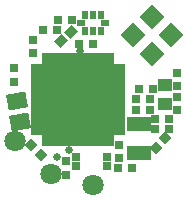
<source format=gts>
%FSTAX23Y23*%
%MOIN*%
%SFA1B1*%

%IPPOS*%
%AMD32*
4,1,4,-0.027400,-0.031800,0.036600,-0.020600,0.027400,0.031800,-0.036600,0.020600,-0.027400,-0.031800,0.0*
%
%AMD34*
4,1,4,0.002100,0.024400,-0.024400,-0.002100,-0.002100,-0.024400,0.024400,0.002100,0.002100,0.024400,0.0*
%
%AMD38*
4,1,4,-0.040400,0.000000,0.000000,-0.040400,0.040400,0.000000,0.000000,0.040400,-0.040400,0.000000,0.0*
%
%AMD41*
4,1,4,0.000000,-0.020900,0.020900,0.000000,0.000000,0.020900,-0.020900,0.000000,0.000000,-0.020900,0.0*
%
%AMD42*
4,1,4,-0.020900,0.000000,0.000000,-0.020900,0.020900,0.000000,0.000000,0.020900,-0.020900,0.000000,0.0*
%
%ADD29R,0.232410X0.232410*%
%ADD30R,0.019810X0.041470*%
%ADD31R,0.041470X0.019810*%
G04~CAMADD=32~9~0.0~0.0~650.9~532.8~0.0~0.0~0~0.0~0.0~0.0~0.0~0~0.0~0.0~0.0~0.0~0~0.0~0.0~0.0~190.0~732.0~635.0*
%ADD32D32*%
%ADD33R,0.047370X0.043430*%
G04~CAMADD=34~9~0.0~0.0~375.3~316.2~0.0~0.0~0~0.0~0.0~0.0~0.0~0~0.0~0.0~0.0~0.0~0~0.0~0.0~0.0~45.0~488.0~487.0*
%ADD34D34*%
%ADD35R,0.029650X0.029650*%
%ADD36R,0.078870X0.047370*%
%ADD37R,0.029650X0.029650*%
G04~CAMADD=38~10~0.0~572.1~0.0~0.0~0.0~0.0~0~0.0~0.0~0.0~0.0~0~0.0~0.0~0.0~0.0~0~0.0~0.0~0.0~135.0~572.1~0.0*
%ADD38D38*%
%ADD39R,0.023750X0.031620*%
%ADD40R,0.031620X0.023750*%
G04~CAMADD=41~10~0.0~296.6~0.0~0.0~0.0~0.0~0~0.0~0.0~0.0~0.0~0~0.0~0.0~0.0~0.0~0~0.0~0.0~0.0~225.0~296.6~0.0*
%ADD41D41*%
G04~CAMADD=42~10~0.0~296.6~0.0~0.0~0.0~0.0~0~0.0~0.0~0.0~0.0~0~0.0~0.0~0.0~0.0~0~0.0~0.0~0.0~135.0~296.6~0.0*
%ADD42D42*%
%ADD43C,0.025720*%
%ADD44C,0.070990*%
%LNkoosh_main_board_v1_2-1*%
%LPD*%
G54D29*
X0025Y00284D03*
G54D30*
X00358Y00148D03*
X00338D03*
X00318D03*
X00299D03*
X00279D03*
X00259D03*
X0024D03*
X0022D03*
X002D03*
X00181D03*
X00161D03*
X00141D03*
Y0042D03*
X00161D03*
X00181D03*
X002D03*
X0022D03*
X0024D03*
X00259D03*
X00279D03*
X00299D03*
X00318D03*
X00338D03*
X00358D03*
G54D31*
X00114Y00175D03*
Y00195D03*
Y00215D03*
Y00234D03*
Y00254D03*
Y00274D03*
Y00294D03*
Y00313D03*
Y00333D03*
Y00353D03*
Y00372D03*
Y00392D03*
X00385D03*
Y00372D03*
Y00353D03*
Y00333D03*
Y00313D03*
Y00294D03*
Y00274D03*
Y00254D03*
Y00234D03*
Y00215D03*
Y00195D03*
Y00175D03*
G54D32*
X00057Y0021D03*
X00045Y00279D03*
G54D33*
X0054Y00268D03*
Y00331D03*
G54D34*
X00194Y00479D03*
X00225Y0051D03*
G54D35*
X00242Y00091D03*
Y00062D03*
X00347D03*
Y00091D03*
X00442Y00285D03*
X00488D03*
Y0025D03*
X00442D03*
X00553Y0022D03*
X00507D03*
X00428Y00055D03*
X00382D03*
X00498Y0032D03*
X00452D03*
X00298Y0047D03*
X00252D03*
X00553Y00185D03*
X00507D03*
X00132Y00515D03*
X00178D03*
X00228Y0055D03*
X00182D03*
G54D36*
X00454Y00203D03*
Y00104D03*
G54D37*
X0058Y00293D03*
Y00247D03*
X0021Y00078D03*
Y00032D03*
X001Y00437D03*
Y00483D03*
X00385Y00087D03*
Y00133D03*
X0058Y00327D03*
Y00373D03*
X00035Y00388D03*
Y00342D03*
G54D38*
X00497Y0056D03*
X00434Y00497D03*
X0056D03*
X00497Y00434D03*
G54D39*
X00274Y00566D03*
X003D03*
X00325D03*
X00274Y00513D03*
X003D03*
X00325D03*
G54D40*
X00339Y0054D03*
X0026D03*
G54D41*
X00093Y00131D03*
X00126Y00098D03*
G54D42*
X00541Y00156D03*
X00508Y00123D03*
G54D43*
X00179Y00093D03*
X00218Y00114D03*
X00256Y00445D03*
G54D44*
X0004Y00145D03*
X0016Y00035D03*
X003Y0D03*
M02*
</source>
